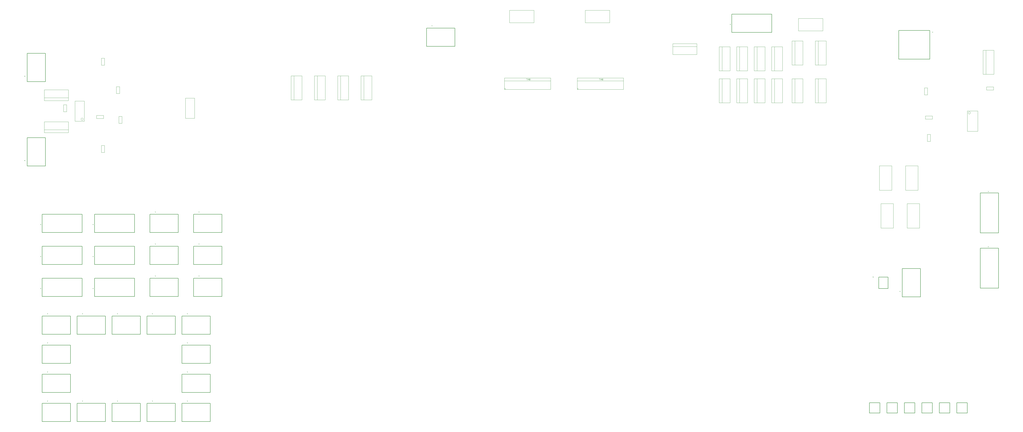
<source format=gbr>
%TF.GenerationSoftware,Altium Limited,Altium Designer,21.6.4 (81)*%
G04 Layer_Color=16711935*
%FSLAX26Y26*%
%MOIN*%
%TF.SameCoordinates,892991E7-994B-4F78-B437-02A20B6E2807*%
%TF.FilePolarity,Positive*%
%TF.FileFunction,Other,Top_3D_Models*%
%TF.Part,Single*%
G01*
G75*
%TA.AperFunction,NonConductor*%
%ADD84C,0.007874*%
%ADD131C,0.005000*%
%ADD160C,0.003937*%
%ADD162C,0.000000*%
%ADD163C,0.001000*%
D84*
X3353937Y2715354D02*
G03*
X3353937Y2715354I-3937J0D01*
G01*
X635827Y3050000D02*
G03*
X635827Y3050000I-3937J0D01*
G01*
X14928937Y2698228D02*
G03*
X14928937Y2698228I-3937J0D01*
G01*
X15948898Y6906535D02*
G03*
X15948898Y6906535I-3937J0D01*
G01*
X363583Y4700000D02*
G03*
X363583Y4700000I-3937J0D01*
G01*
Y6150000D02*
G03*
X363583Y6150000I-3937J0D01*
G01*
X3153937Y2065354D02*
G03*
X3153937Y2065354I-3937J0D01*
G01*
X753937D02*
G03*
X753937Y2065354I-3937J0D01*
G01*
X1353937D02*
G03*
X1353937Y2065354I-3937J0D01*
G01*
X1953937D02*
G03*
X1953937Y2065354I-3937J0D01*
G01*
X2553937D02*
G03*
X2553937Y2065354I-3937J0D01*
G01*
X3153937Y1565354D02*
G03*
X3153937Y1565354I-3937J0D01*
G01*
X753937Y565354D02*
G03*
X753937Y565354I-3937J0D01*
G01*
X1353937D02*
G03*
X1353937Y565354I-3937J0D01*
G01*
X1953937D02*
G03*
X1953937Y565354I-3937J0D01*
G01*
X2553937D02*
G03*
X2553937Y565354I-3937J0D01*
G01*
X753937Y1565354D02*
G03*
X753937Y1565354I-3937J0D01*
G01*
Y1065354D02*
G03*
X753937Y1065354I-3937J0D01*
G01*
X3153937Y565354D02*
G03*
X3153937Y565354I-3937J0D01*
G01*
Y1065354D02*
G03*
X3153937Y1065354I-3937J0D01*
G01*
X7353937Y7015354D02*
G03*
X7353937Y7015354I-3937J0D01*
G01*
X2603937Y2715354D02*
G03*
X2603937Y2715354I-3937J0D01*
G01*
Y3265354D02*
G03*
X2603937Y3265354I-3937J0D01*
G01*
Y3815354D02*
G03*
X2603937Y3815354I-3937J0D01*
G01*
X3353937D02*
G03*
X3353937Y3815354I-3937J0D01*
G01*
Y3265354D02*
G03*
X3353937Y3265354I-3937J0D01*
G01*
X16903936Y3218110D02*
G03*
X16903936Y3218110I-3937J0D01*
G01*
Y4168110D02*
G03*
X16903936Y4168110I-3937J0D01*
G01*
X635827Y3600000D02*
G03*
X635827Y3600000I-3937J0D01*
G01*
Y2500000D02*
G03*
X635827Y2500000I-3937J0D01*
G01*
X1535827Y3600000D02*
G03*
X1535827Y3600000I-3937J0D01*
G01*
Y2500000D02*
G03*
X1535827Y2500000I-3937J0D01*
G01*
X12475827Y7040000D02*
G03*
X12475827Y7040000I-3937J0D01*
G01*
X1535827Y3050000D02*
G03*
X1535827Y3050000I-3937J0D01*
G01*
X15388583Y2450000D02*
G03*
X15388583Y2450000I-3937J0D01*
G01*
D131*
X3257874Y2362992D02*
X3742126D01*
Y2675984D01*
X3257874D02*
X3742126D01*
X3257874Y2362992D02*
Y2675984D01*
X657874Y2912992D02*
X1342126D01*
X657874D02*
Y3225984D01*
X1342126D01*
Y2912992D02*
Y3225984D01*
X15021260Y2698425D02*
X15178740D01*
X15021260Y2501575D02*
X15178740D01*
X15021260D02*
Y2698425D01*
X15178740Y2501575D02*
Y2698425D01*
X15895748Y6443937D02*
Y6936063D01*
X15364252Y6443937D02*
X15895748D01*
X15364252D02*
Y6936063D01*
X15895748D01*
X16361418Y361417D02*
Y538583D01*
X16538584D01*
Y361417D02*
Y538583D01*
X16361418Y361417D02*
X16538584D01*
X399016Y4607874D02*
X712008D01*
X399016D02*
Y5092126D01*
X712008D01*
Y4607874D02*
Y5092126D01*
Y6057874D02*
Y6542126D01*
X399016D02*
X712008D01*
X399016Y6057874D02*
Y6542126D01*
Y6057874D02*
X712008D01*
X3057874Y1712992D02*
X3542126D01*
Y2025984D01*
X3057874D02*
X3542126D01*
X3057874Y1712992D02*
Y2025984D01*
X657874Y1712992D02*
Y2025984D01*
X1142126D01*
Y1712992D02*
Y2025984D01*
X657874Y1712992D02*
X1142126D01*
X1257874D02*
Y2025984D01*
X1742126D01*
Y1712992D02*
Y2025984D01*
X1257874Y1712992D02*
X1742126D01*
X1857874D02*
Y2025984D01*
X2342126D01*
Y1712992D02*
Y2025984D01*
X1857874Y1712992D02*
X2342126D01*
X2457874D02*
Y2025984D01*
X2942126D01*
Y1712992D02*
Y2025984D01*
X2457874Y1712992D02*
X2942126D01*
X3057874Y1212992D02*
Y1525984D01*
X3542126D01*
Y1212992D02*
Y1525984D01*
X3057874Y1212992D02*
X3542126D01*
X657874Y212992D02*
X1142126D01*
Y525984D01*
X657874D02*
X1142126D01*
X657874Y212992D02*
Y525984D01*
X1257874Y212992D02*
X1742126D01*
Y525984D01*
X1257874D02*
X1742126D01*
X1257874Y212992D02*
Y525984D01*
X1857874Y212992D02*
X2342126D01*
Y525984D01*
X1857874D02*
X2342126D01*
X1857874Y212992D02*
Y525984D01*
X2457874Y212992D02*
X2942126D01*
Y525984D01*
X2457874D02*
X2942126D01*
X2457874Y212992D02*
Y525984D01*
X657874Y1212992D02*
Y1525984D01*
X1142126D01*
Y1212992D02*
Y1525984D01*
X657874Y1212992D02*
X1142126D01*
X657874Y712992D02*
Y1025984D01*
X1142126D01*
Y712992D02*
Y1025984D01*
X657874Y712992D02*
X1142126D01*
X3057874Y212992D02*
Y525984D01*
X3542126D01*
Y212992D02*
Y525984D01*
X3057874Y212992D02*
X3542126D01*
X3057874Y712992D02*
Y1025984D01*
X3542126D01*
Y712992D02*
Y1025984D01*
X3057874Y712992D02*
X3542126D01*
X7257874Y6662992D02*
Y6975984D01*
X7742126D01*
Y6662992D02*
Y6975984D01*
X7257874Y6662992D02*
X7742126D01*
X2507874Y2362992D02*
Y2675984D01*
X2992126D01*
Y2362992D02*
Y2675984D01*
X2507874Y2362992D02*
X2992126D01*
X2507874Y2912992D02*
Y3225984D01*
X2992126D01*
Y2912992D02*
Y3225984D01*
X2507874Y2912992D02*
X2992126D01*
X2507874Y3462992D02*
Y3775984D01*
X2992126D01*
Y3462992D02*
Y3775984D01*
X2507874Y3462992D02*
X2992126D01*
X3257874D02*
X3742126D01*
Y3775984D01*
X3257874D02*
X3742126D01*
X3257874Y3462992D02*
Y3775984D01*
Y2912992D02*
X3742126D01*
Y3225984D01*
X3257874D02*
X3742126D01*
X3257874Y2912992D02*
Y3225984D01*
X14861417Y361417D02*
Y538583D01*
X15038583D01*
Y361417D02*
Y538583D01*
X14861417Y361417D02*
X15038583D01*
X15161417Y361423D02*
X15338583D01*
Y538589D01*
X15161417D02*
X15338583D01*
X15161417Y361423D02*
Y538589D01*
X15461417Y361417D02*
Y538583D01*
X15638583D01*
Y361417D02*
Y538583D01*
X15461417Y361417D02*
X15638583D01*
X15761417D02*
Y538583D01*
X15938583D01*
Y361417D02*
Y538583D01*
X15761417Y361417D02*
X15938583D01*
X16762993Y2507874D02*
X17075983D01*
Y3192126D01*
X16762993D02*
X17075983D01*
X16762993Y2507874D02*
Y3192126D01*
Y3457874D02*
Y4142126D01*
X17075983D01*
Y3457874D02*
Y4142126D01*
X16762993Y3457874D02*
X17075983D01*
X1342126Y3462992D02*
Y3775984D01*
X657874D02*
X1342126D01*
X657874Y3462992D02*
Y3775984D01*
Y3462992D02*
X1342126D01*
Y2362992D02*
Y2675984D01*
X657874D02*
X1342126D01*
X657874Y2362992D02*
Y2675984D01*
Y2362992D02*
X1342126D01*
X1557874Y3462992D02*
X2242126D01*
X1557874D02*
Y3775984D01*
X2242126D01*
Y3462992D02*
Y3775984D01*
Y2362992D02*
Y2675984D01*
X1557874D02*
X2242126D01*
X1557874Y2362992D02*
Y2675984D01*
Y2362992D02*
X2242126D01*
X12497874Y6902992D02*
X13182126D01*
X12497874D02*
Y7215984D01*
X13182126D01*
Y6902992D02*
Y7215984D01*
X2242126Y2912992D02*
Y3225984D01*
X1557874D02*
X2242126D01*
X1557874Y2912992D02*
Y3225984D01*
Y2912992D02*
X2242126D01*
X15424016Y2357874D02*
X15737008D01*
X15424016D02*
Y2842126D01*
X15737008D01*
Y2357874D02*
Y2842126D01*
X16061417Y361420D02*
Y538586D01*
X16238583D01*
Y361420D02*
Y538586D01*
X16061417Y361420D02*
X16238583D01*
D160*
X16594566Y5519264D02*
G03*
X16594566Y5519264I-19685J0D01*
G01*
X1362992Y5412205D02*
G03*
X1362992Y5412205I-19685J0D01*
G01*
X1672441Y6459055D02*
X1727559D01*
X1672441Y6340945D02*
X1727559D01*
X1672441D02*
Y6459055D01*
X1727559Y6340945D02*
Y6459055D01*
X16539450Y5204303D02*
Y5554697D01*
X16720551Y5204303D02*
Y5554697D01*
X16539450D02*
X16720551D01*
X16539450Y5204303D02*
X16720551D01*
X1378740Y5376772D02*
Y5723228D01*
X1221260Y5376772D02*
Y5723228D01*
Y5376772D02*
X1378740D01*
X1221260Y5723228D02*
X1378740D01*
X3116535Y5427756D02*
Y5772244D01*
X3274016D01*
Y5427756D02*
Y5772244D01*
X3116535Y5427756D02*
X3274016D01*
X12765748Y6242323D02*
Y6657677D01*
X12580709Y6242323D02*
Y6657677D01*
Y6242323D02*
X12765748D01*
X12580709Y6657677D02*
X12765748D01*
X12629921Y6242323D02*
Y6657677D01*
Y5692323D02*
Y6107677D01*
X12580709D02*
X12765748D01*
X12580709Y5692323D02*
X12765748D01*
X12580709D02*
Y6107677D01*
X12765748Y5692323D02*
Y6107677D01*
X15852441Y5030945D02*
Y5149055D01*
X15907559Y5030945D02*
Y5149055D01*
X15852441D02*
X15907559D01*
X15852441Y5030945D02*
X15907559D01*
X15802441Y5830945D02*
Y5949055D01*
X15857559Y5830945D02*
Y5949055D01*
X15802441D02*
X15857559D01*
X15802441Y5830945D02*
X15857559D01*
X16995749Y6182323D02*
Y6597677D01*
X16810709Y6182323D02*
Y6597677D01*
Y6182323D02*
X16995749D01*
X16810709Y6597677D02*
X16995749D01*
X16859921Y6182323D02*
Y6597677D01*
X16870945Y5912441D02*
X16989056D01*
X16870945Y5967559D02*
X16989056D01*
X16870945Y5912441D02*
Y5967559D01*
X16989056Y5912441D02*
Y5967559D01*
X1972441Y5459055D02*
X2027559D01*
X1972441Y5340945D02*
X2027559D01*
X1972441D02*
Y5459055D01*
X2027559Y5340945D02*
Y5459055D01*
X1590945Y5422441D02*
X1709055D01*
X1590945Y5477559D02*
X1709055D01*
X1590945Y5422441D02*
Y5477559D01*
X1709055Y5422441D02*
Y5477559D01*
X1985291Y5853346D02*
Y5971457D01*
X1930173Y5853346D02*
Y5971457D01*
Y5853346D02*
X1985291D01*
X1930173Y5971457D02*
X1985291D01*
X692323Y5229921D02*
X1107677D01*
X692323Y5180709D02*
Y5365748D01*
X1107677Y5180709D02*
Y5365748D01*
X692323Y5180709D02*
X1107677D01*
X692323Y5365748D02*
X1107677D01*
X692323Y5915748D02*
X1107677D01*
X692323Y5730709D02*
X1107677D01*
Y5915748D01*
X692323Y5730709D02*
Y5915748D01*
Y5779921D02*
X1107677D01*
X1022441Y5540945D02*
Y5659055D01*
X1077559Y5540945D02*
Y5659055D01*
X1022441D02*
X1077559D01*
X1022441Y5540945D02*
X1077559D01*
X11482323Y6660079D02*
X11897677D01*
Y6524252D02*
Y6709291D01*
X11482323Y6524252D02*
Y6709291D01*
X11897677D01*
X11482323Y6524252D02*
X11897677D01*
X15820945Y5412441D02*
X15939055D01*
X15820945Y5467559D02*
X15939055D01*
X15820945Y5412441D02*
Y5467559D01*
X15939055Y5412441D02*
Y5467559D01*
X1672441Y4959055D02*
X1727559D01*
X1672441Y4840945D02*
X1727559D01*
X1672441D02*
Y4959055D01*
X1727559Y4840945D02*
Y4959055D01*
X13579921Y6342323D02*
Y6757677D01*
X13530709D02*
X13715748D01*
X13530709Y6342323D02*
X13715748D01*
X13530709D02*
Y6757677D01*
X13715748Y6342323D02*
Y6757677D01*
X13979921Y6342323D02*
Y6757677D01*
X13930709D02*
X14115748D01*
X13930709Y6342323D02*
X14115748D01*
X13930709D02*
Y6757677D01*
X14115748Y6342323D02*
Y6757677D01*
X13715748Y5692323D02*
Y6107677D01*
X13530709Y5692323D02*
Y6107677D01*
Y5692323D02*
X13715748D01*
X13530709Y6107677D02*
X13715748D01*
X13579921Y5692323D02*
Y6107677D01*
X14115748Y5692323D02*
Y6107677D01*
X13930709Y5692323D02*
Y6107677D01*
Y5692323D02*
X14115748D01*
X13930709Y6107677D02*
X14115748D01*
X13979921Y5692323D02*
Y6107677D01*
X5515748Y5742323D02*
Y6157677D01*
X5330709Y5742323D02*
Y6157677D01*
Y5742323D02*
X5515748D01*
X5330709Y6157677D02*
X5515748D01*
X5379921Y5742323D02*
Y6157677D01*
X5915748Y5742323D02*
Y6157677D01*
X5730709Y5742323D02*
Y6157677D01*
Y5742323D02*
X5915748D01*
X5730709Y6157677D02*
X5915748D01*
X5779921Y5742323D02*
Y6157677D01*
X6315748Y5742323D02*
Y6157677D01*
X6130709Y5742323D02*
Y6157677D01*
Y5742323D02*
X6315748D01*
X6130709Y6157677D02*
X6315748D01*
X6179921Y5742323D02*
Y6157677D01*
X5115748Y5742323D02*
Y6157677D01*
X4930709Y5742323D02*
Y6157677D01*
Y5742323D02*
X5115748D01*
X4930709Y6157677D02*
X5115748D01*
X4979921Y5742323D02*
Y6157677D01*
X12465748Y6242323D02*
Y6657677D01*
X12280709Y6242323D02*
Y6657677D01*
Y6242323D02*
X12465748D01*
X12280709Y6657677D02*
X12465748D01*
X12329921Y6242323D02*
Y6657677D01*
X13065748Y6242323D02*
Y6657677D01*
X12880709Y6242323D02*
Y6657677D01*
Y6242323D02*
X13065748D01*
X12880709Y6657677D02*
X13065748D01*
X12929921Y6242323D02*
Y6657677D01*
X13365748Y6242323D02*
Y6657677D01*
X13180709Y6242323D02*
Y6657677D01*
Y6242323D02*
X13365748D01*
X13180709Y6657677D02*
X13365748D01*
X13229921Y6242323D02*
Y6657677D01*
X12465748Y5692323D02*
Y6107677D01*
X12280709Y5692323D02*
Y6107677D01*
Y5692323D02*
X12465748D01*
X12280709Y6107677D02*
X12465748D01*
X12329921Y5692323D02*
Y6107677D01*
X12929921Y5692323D02*
Y6107677D01*
X12880709D02*
X13065748D01*
X12880709Y5692323D02*
X13065748D01*
X12880709D02*
Y6107677D01*
X13065748Y5692323D02*
Y6107677D01*
X13229921Y5692323D02*
Y6107677D01*
X13180709D02*
X13365748D01*
X13180709Y5692323D02*
X13365748D01*
X13180709D02*
Y6107677D01*
X13365748Y5692323D02*
Y6107677D01*
D162*
X9860500Y5933710D02*
G03*
X9860500Y5933710I-8000J0D01*
G01*
X8610500D02*
G03*
X8610500Y5933710I-8000J0D01*
G01*
D163*
X9842500Y5923710D02*
Y6120710D01*
X10637500D01*
Y5923710D02*
Y6120710D01*
X9842500Y5923710D02*
X10637500D01*
X9842500Y6070710D02*
X10637500D01*
X14060000Y6930000D02*
Y7144000D01*
X13640000Y6930000D02*
X14060000D01*
X13640000D02*
Y7144000D01*
X14060000D01*
X10400000Y7070000D02*
Y7284000D01*
X9980000Y7070000D02*
X10400000D01*
X9980000D02*
Y7284000D01*
X10400000D01*
X9100000Y7070000D02*
Y7284000D01*
X8680000Y7070000D02*
X9100000D01*
X8680000D02*
Y7284000D01*
X9100000D01*
X8592500Y5923710D02*
Y6120710D01*
X9387500D01*
Y5923710D02*
Y6120710D01*
X8592500Y5923710D02*
X9387500D01*
X8592500Y6070710D02*
X9387500D01*
X15506000Y3540000D02*
Y3960000D01*
Y3540000D02*
X15720000D01*
Y3960000D01*
X15506000D02*
X15720000D01*
X15056000D02*
X15270000D01*
Y3540000D02*
Y3960000D01*
X15056000Y3540000D02*
X15270000D01*
X15056000D02*
Y3960000D01*
X15244000Y4190000D02*
Y4610000D01*
X15030000D02*
X15244000D01*
X15030000Y4190000D02*
Y4610000D01*
Y4190000D02*
X15244000D01*
X15694000D02*
Y4610000D01*
X15480000D02*
X15694000D01*
X15480000Y4190000D02*
Y4610000D01*
Y4190000D02*
X15694000D01*
X10221250Y6108202D02*
X10237911D01*
X10229581D01*
Y6083210D01*
X10246242D02*
Y6099871D01*
X10254573Y6108202D01*
X10262903Y6099871D01*
Y6083210D01*
Y6095706D01*
X10246242D01*
X10271234Y6108202D02*
Y6083210D01*
X10283730D01*
X10287895Y6087375D01*
Y6091541D01*
X10283730Y6095706D01*
X10271234D01*
X10283730D01*
X10287895Y6099871D01*
Y6104037D01*
X10283730Y6108202D01*
X10271234D01*
X8971250D02*
X8987911D01*
X8979581D01*
Y6083210D01*
X8996242D02*
Y6099871D01*
X9004573Y6108202D01*
X9012903Y6099871D01*
Y6083210D01*
Y6095706D01*
X8996242D01*
X9021234Y6108202D02*
Y6083210D01*
X9033730D01*
X9037895Y6087375D01*
Y6091541D01*
X9033730Y6095706D01*
X9021234D01*
X9033730D01*
X9037895Y6099871D01*
Y6104037D01*
X9033730Y6108202D01*
X9021234D01*
%TF.MD5,34ecf9a41f51dbea8b5210d7d36ddbf6*%
M02*

</source>
